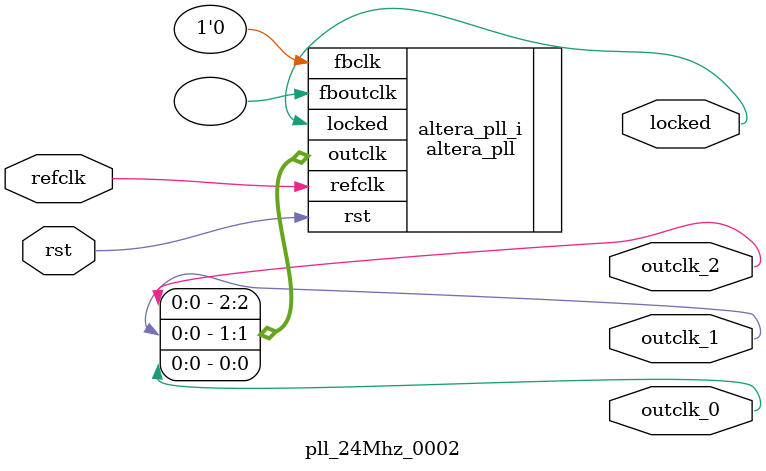
<source format=v>
`timescale 1ns/10ps
module  pll_24Mhz_0002(

	// interface 'refclk'
	input wire refclk,

	// interface 'reset'
	input wire rst,

	// interface 'outclk0'
	output wire outclk_0,

	// interface 'outclk1'
	output wire outclk_1,

	// interface 'outclk2'
	output wire outclk_2,

	// interface 'locked'
	output wire locked
);

	altera_pll #(
		.fractional_vco_multiplier("false"),
		.reference_clock_frequency("50.0 MHz"),
		.operation_mode("direct"),
		.number_of_clocks(3),
		.output_clock_frequency0("24.000000 MHz"),
		.phase_shift0("0 ps"),
		.duty_cycle0(50),
		.output_clock_frequency1("100.000000 MHz"),
		.phase_shift1("0 ps"),
		.duty_cycle1(50),
		.output_clock_frequency2("150.000000 MHz"),
		.phase_shift2("0 ps"),
		.duty_cycle2(50),
		.output_clock_frequency3("0 MHz"),
		.phase_shift3("0 ps"),
		.duty_cycle3(50),
		.output_clock_frequency4("0 MHz"),
		.phase_shift4("0 ps"),
		.duty_cycle4(50),
		.output_clock_frequency5("0 MHz"),
		.phase_shift5("0 ps"),
		.duty_cycle5(50),
		.output_clock_frequency6("0 MHz"),
		.phase_shift6("0 ps"),
		.duty_cycle6(50),
		.output_clock_frequency7("0 MHz"),
		.phase_shift7("0 ps"),
		.duty_cycle7(50),
		.output_clock_frequency8("0 MHz"),
		.phase_shift8("0 ps"),
		.duty_cycle8(50),
		.output_clock_frequency9("0 MHz"),
		.phase_shift9("0 ps"),
		.duty_cycle9(50),
		.output_clock_frequency10("0 MHz"),
		.phase_shift10("0 ps"),
		.duty_cycle10(50),
		.output_clock_frequency11("0 MHz"),
		.phase_shift11("0 ps"),
		.duty_cycle11(50),
		.output_clock_frequency12("0 MHz"),
		.phase_shift12("0 ps"),
		.duty_cycle12(50),
		.output_clock_frequency13("0 MHz"),
		.phase_shift13("0 ps"),
		.duty_cycle13(50),
		.output_clock_frequency14("0 MHz"),
		.phase_shift14("0 ps"),
		.duty_cycle14(50),
		.output_clock_frequency15("0 MHz"),
		.phase_shift15("0 ps"),
		.duty_cycle15(50),
		.output_clock_frequency16("0 MHz"),
		.phase_shift16("0 ps"),
		.duty_cycle16(50),
		.output_clock_frequency17("0 MHz"),
		.phase_shift17("0 ps"),
		.duty_cycle17(50),
		.pll_type("General"),
		.pll_subtype("General")
	) altera_pll_i (
		.rst	(rst),
		.outclk	({outclk_2, outclk_1, outclk_0}),
		.locked	(locked),
		.fboutclk	( ),
		.fbclk	(1'b0),
		.refclk	(refclk)
	);
endmodule


</source>
